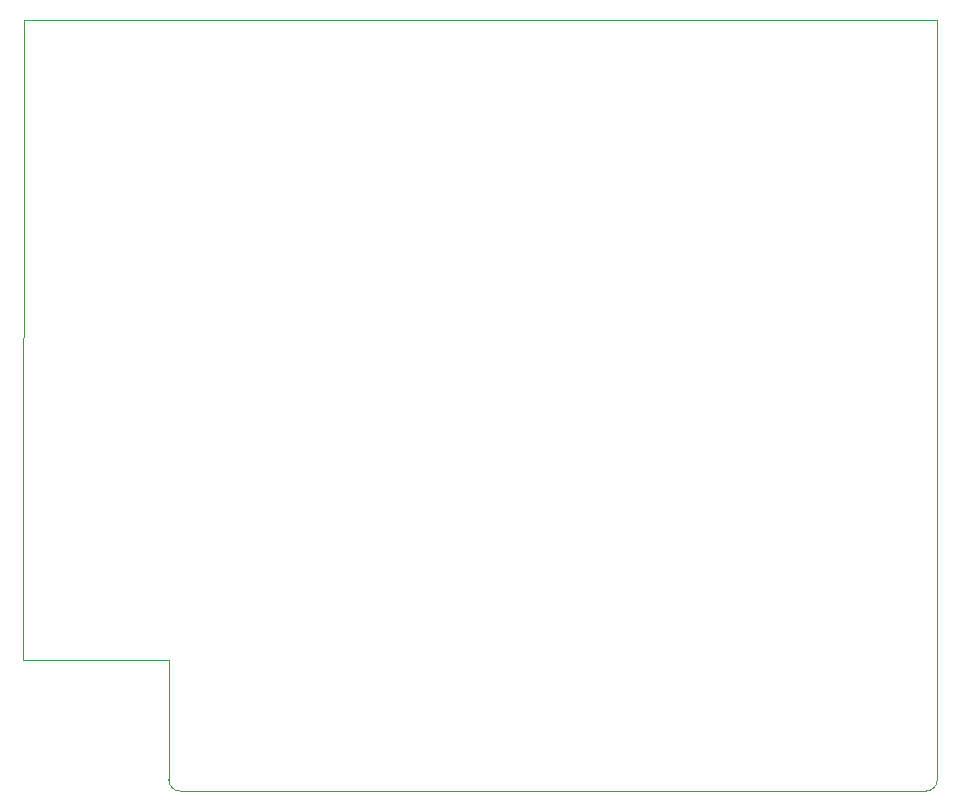
<source format=gbr>
%TF.GenerationSoftware,KiCad,Pcbnew,(6.0.2-0)*%
%TF.CreationDate,2022-04-21T10:57:24-07:00*%
%TF.ProjectId,megarom,6d656761-726f-46d2-9e6b-696361645f70,rev?*%
%TF.SameCoordinates,Original*%
%TF.FileFunction,Profile,NP*%
%FSLAX46Y46*%
G04 Gerber Fmt 4.6, Leading zero omitted, Abs format (unit mm)*
G04 Created by KiCad (PCBNEW (6.0.2-0)) date 2022-04-21 10:57:24*
%MOMM*%
%LPD*%
G01*
G04 APERTURE LIST*
%TA.AperFunction,Profile*%
%ADD10C,0.100000*%
%TD*%
G04 APERTURE END LIST*
D10*
X104800400Y-112471200D02*
X92506800Y-112471200D01*
X92506800Y-112471200D02*
X92557600Y-58318400D01*
X104800400Y-122631200D02*
G75*
G03*
X105765600Y-123596400I965202J2D01*
G01*
X105765600Y-123596400D02*
X168910000Y-123596400D01*
X168910000Y-123596400D02*
G75*
G03*
X169875200Y-122631200I-2J965202D01*
G01*
X104800400Y-122631200D02*
X104800400Y-112471200D01*
X169875200Y-58318400D02*
X169875200Y-122631200D01*
X92557600Y-58318400D02*
X169875200Y-58318400D01*
M02*

</source>
